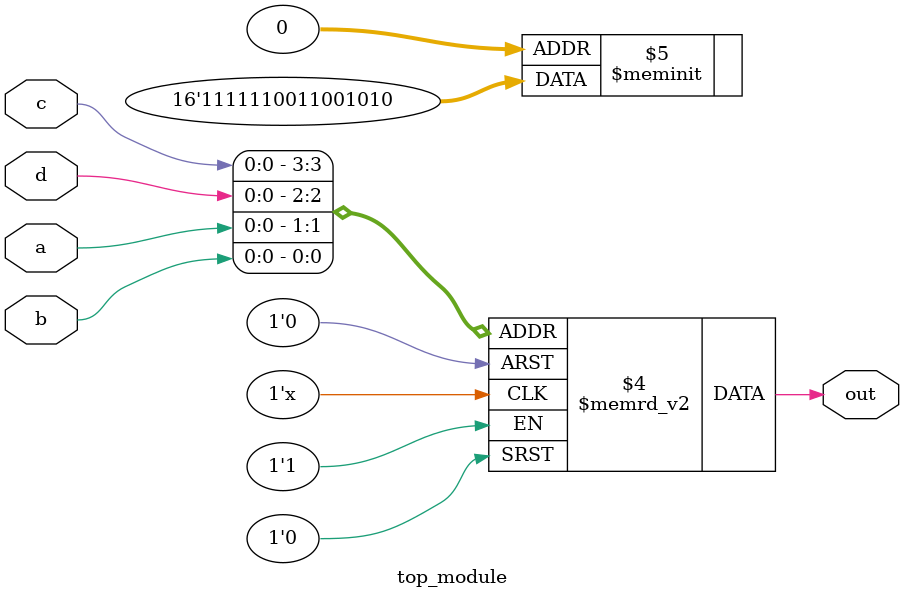
<source format=sv>
module top_module (
    input a, 
    input b,
    input c,
    input d,
    output reg out
);

always @(*) begin
    case ({c,d,a,b})
        4'b0001, 4'b0011, 4'b0110, 4'b0111, 4'b1010, 4'b1011, 4'b1100, 4'b1101, 4'b1110, 4'b1111: out = 1;
        default: out = 0;
    endcase
end

endmodule

</source>
